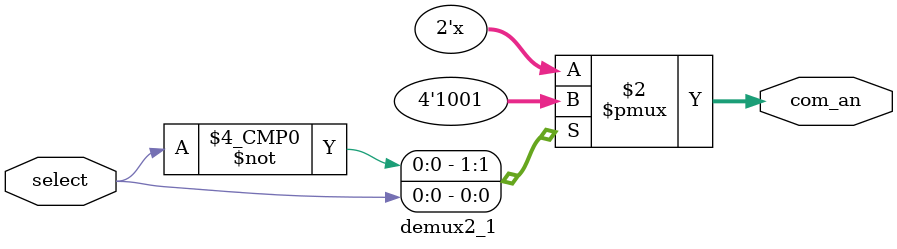
<source format=sv>

module demux2_1(input logic select,
				output logic [1:0] com_an); //Common Anode
	
	always_comb begin
		case(select)
			1'b0: com_an = 2'b10; // turn on common anode 1
			1'b1: com_an = 2'b01; // turn on common anode 2
			default: com_an = 2'b00;
		endcase
	end
endmodule
				
</source>
